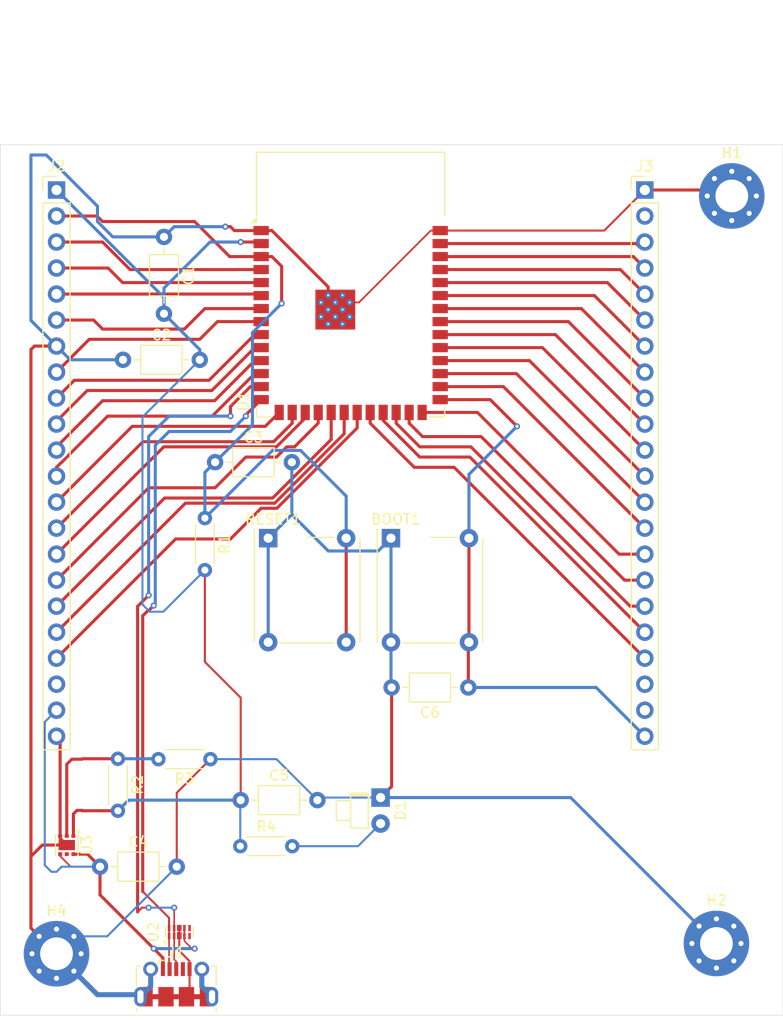
<source format=kicad_pcb>
(kicad_pcb (version 20240108) (generator "pcbnew") (generator_version "8.0")
  (layers (0 "F.Cu" signal) (31 "B.Cu" signal) (34 "B.Paste" user) (35 "F.Paste" user) (36 "B.SilkS" user "B.Silkscreen") (37 "F.SilkS" user "F.Silkscreen") (38 "B.Mask" user) (39 "F.Mask" user) (44 "Edge.Cuts" user))
  (net 0 "")
  (net 1 "GND")
  (net 2 "/ESP32_EN")
  (net 3 "/5VUSB")
  (net 4 "/3V3")
  (net 5 "Net-(D1-A)")
  (net 6 "/USB_N")
  (net 8 "/USB_P")
  (net 9 "/GPIO2")
  (net 10 "/GPIO1")
  (net 11 "/GPIO16")
  (net 12 "/GPIO4")
  (net 13 "/GPIO15")
  (net 14 "/GPIO10")
  (net 15 "/GPIO6")
  (net 16 "/GPIO12")
  (net 17 "/GPIO7")
  (net 18 "/GPIO3")
  (net 19 "/GPIO0")
  (net 20 "/GPIO13")
  (net 21 "/GPIO9")
  (net 22 "/I2C_SCL")
  (net 23 "/GPIO14")
  (net 24 "/GPIO8")
  (net 25 "/GPIO5")
  (net 26 "/GPIO11")
  (net 27 "/I2C_SDA")
  (net 28 "/GPIO37")
  (net 29 "/TXD")
  (net 30 "/GPIO38")
  (net 31 "/GPIO48")
  (net 32 "/GPIO41")
  (net 33 "/GPIO40")
  (net 34 "/GPIO47")
  (net 35 "/GPIO45")
  (net 36 "/GPIO21")
  (net 37 "/RXD")
  (net 38 "/GPIO46")
  (net 39 "/GPIO39")
  (net 40 "/GPIO35")
  (net 41 "/GPIO36")
  (net 42 "/GPIO42")
  (net 43 "Net-(U3-FB)")
  (footprint "LED_THT:LED_D1.8mm_W1.8mm_H2.4mm_Horizontal_O1.27mm_Z1.6mm" (layer "F.Cu") (at 150.675 113.75 -90)
    (property "Reference" "D1")
    (property "Value" "LED")
  )
  (footprint "Resistor_THT:R_Axial_DIN0204_L3.6mm_D1.6mm_P5.08mm_Horizontal" (layer "F.Cu") (at 133.5 86.46 -90)
    (property "Reference" "R1")
    (property "Value" "10k")
  )
  (footprint "Resistor_THT:R_Axial_DIN0204_L3.6mm_D1.6mm_P5.08mm_Horizontal" (layer "F.Cu") (at 125 109.96 -90)
    (property "Reference" "R2")
    (property "Value" "1M")
  )
  (footprint "Connector_PinHeader_2.54mm:PinHeader_1x22_P2.54mm_Vertical" (layer "F.Cu") (at 176.5 54.42)
    (property "Reference" "J3")
    (property "Value" "~")
  )
  (footprint "Resistor_THT:R_Axial_DIN0204_L3.6mm_D1.6mm_P5.08mm_Horizontal" (layer "F.Cu") (at 134.04 110 180)
    (property "Reference" "R3")
    (property "Value" "200k")
  )
  (footprint "Connector_PinHeader_2.54mm:PinHeader_1x22_P2.54mm_Vertical" (layer "F.Cu") (at 119 54.42)
    (property "Reference" "J2")
    (property "Value" "~")
  )
  (footprint "Package_DFN_QFN:Diodes_UDFN-10_1.0x2.5mm_P0.5mm" (layer "F.Cu") (at 131 126.8875 90)
    (property "Reference" "U2")
    (property "Value" "ESD7104MUTAG")
  )
  (footprint "Capacitor_THT:C_Axial_L3.8mm_D2.6mm_P7.50mm_Horizontal" (layer "F.Cu") (at 129.5 59 -90)
    (property "Reference" "C1")
    (property "Value" "22uF")
  )
  (footprint "Package_SON:WSON-6-1EP_2x2mm_P0.65mm_EP1x1.6mm" (layer "F.Cu") (at 120 118.3875 -90)
    (property "Reference" "U3")
    (property "Value" "TLV75801PDRV")
  )
  (footprint "RF_Module:ESP32-S3-WROOM-1" (layer "F.Cu") (at 147.75 63.64)
    (property "Reference" "U1")
    (property "Value" "ESP32-S3-WROOM-1")
  )
  (footprint "MountingHole:MountingHole_3.2mm_M3_Pad_Via" (layer "F.Cu") (at 185 55)
    (property "Reference" "H1")
    (property "Value" "Hole_Pad")
  )
  (footprint "Capacitor_THT:C_Axial_L3.8mm_D2.6mm_P7.50mm_Horizontal" (layer "F.Cu") (at 137 114)
    (property "Reference" "C5")
    (property "Value" "10uF")
  )
  (footprint "MountingHole:MountingHole_3.2mm_M3_Pad_Via" (layer "F.Cu") (at 183.5 128)
    (property "Reference" "H2")
    (property "Value" "Hole_Pad")
  )
  (footprint "Button_Switch_THT:SW_MEC_5GTH9" (layer "F.Cu") (at 139.69 88.42)
    (property "Reference" "RESET1")
    (property "Value" "~")
  )
  (footprint "Capacitor_THT:C_Axial_L3.8mm_D2.6mm_P7.50mm_Horizontal" (layer "F.Cu") (at 134.5 81)
    (property "Reference" "C3")
    (property "Value" "0.1uF")
  )
  (footprint "MountingHole:MountingHole_3.2mm_M3_Pad_Via" (layer "F.Cu") (at 119 129)
    (property "Reference" "H4")
    (property "Value" "Hole_Pad")
  )
  (footprint "Button_Switch_THT:SW_MEC_5GTH9" (layer "F.Cu") (at 151.69 88.42)
    (property "Reference" "BOOT1")
    (property "Value" "~")
  )
  (footprint "Capacitor_THT:C_Axial_L3.8mm_D2.6mm_P7.50mm_Horizontal" (layer "F.Cu") (at 125.5 71)
    (property "Reference" "C2")
    (property "Value" "0.1uF")
  )
  (footprint "Resistor_THT:R_Axial_DIN0204_L3.6mm_D1.6mm_P5.08mm_Horizontal" (layer "F.Cu") (at 136.96 118.5)
    (property "Reference" "R4")
    (property "Value" "5.1k")
  )
  (footprint "Capacitor_THT:C_Axial_L3.8mm_D2.6mm_P7.50mm_Horizontal" (layer "F.Cu") (at 123.25 120.5)
    (property "Reference" "C4")
    (property "Value" "10uF")
  )
  (footprint "Connector_USB:USB_Micro-B_Molex-105017-0001" (layer "F.Cu") (at 130.7 131.9625)
    (property "Reference" "J1")
    (property "Value" "USB_B_Micro")
  )
  (footprint "Capacitor_THT:C_Axial_L3.8mm_D2.6mm_P7.50mm_Horizontal" (layer "F.Cu") (at 159.25 103 180)
    (property "Reference" "C6")
    (property "Value" "0.1uF")
  )
  (gr_rect (start 113.5 50) (end 190 135) (stroke (width 0.05)) (fill none) (layer "Edge.Cuts"))
  (segment (start 116.5 70) (end 116.5 119.5) (width 0.3) (layer "F.Cu") (net 1))
  (segment (start 140.05 58.38) (end 145.55 63.88) (width 0.3) (layer "F.Cu") (net 1))
  (segment (start 132 129.725) (end 132 130.5) (width 0.15) (layer "F.Cu") (net 1))
  (segment (start 127.8 133.2) (end 129.7 133.2) (width 0.5) (layer "F.Cu") (net 1))
  (segment (start 117.6125 118.3875) (end 116.5 119.5) (width 0.3) (layer "F.Cu") (net 1))
  (segment (start 139 58.38) (end 140.05 58.38) (width 0.3) (layer "F.Cu") (net 1))
  (segment (start 151.75 112.675) (end 150.675 113.75) (width 0.3) (layer "F.Cu") (net 1))
  (segment (start 129.7 133.2) (end 133.6 133.2) (width 0.5) (layer "F.Cu") (net 1))
  (segment (start 119.35 108.11) (end 119 107.76) (width 0.3) (layer "F.Cu") (net 1))
  (segment (start 120 118.3875) (end 117.6125 118.3875) (width 0.3) (layer "F.Cu") (net 1))
  (segment (start 136.38 58.38) (end 139 58.38) (width 0.3) (layer "F.Cu") (net 1))
  (segment (start 131 127.2375) (end 131 128.725) (width 0.2) (layer "F.Cu") (net 1))
  (segment (start 145.55 63.88) (end 145.55 64.7) (width 0.3) (layer "F.Cu") (net 1))
  (segment (start 119.35 117.5) (end 119.35 117.7375) (width 0.3) (layer "F.Cu") (net 1))
  (segment (start 130.75 120.5) (end 130.75 113.29) (width 0.2) (layer "F.Cu") (net 1))
  (segment (start 172.54 58.38) (end 176.5 54.42) (width 0.2) (layer "F.Cu") (net 1))
  (segment (start 148.56 65.4) (end 147.65 65.4) (width 0.17) (layer "F.Cu") (net 1))
  (segment (start 116.5 119.5) (end 116.5 126.5) (width 0.3) (layer "F.Cu") (net 1))
  (segment (start 131 128.725) (end 132 129.725) (width 0.2) (layer "F.Cu") (net 1))
  (segment (start 119 69.66) (end 116.84 69.66) (width 0.3) (layer "F.Cu") (net 1))
  (segment (start 131 126.475) (end 131 127.2375) (width 0.2) (layer "F.Cu") (net 1))
  (segment (start 184.42 54.42) (end 185 55) (width 0.3) (layer "F.Cu") (net 1))
  (segment (start 176.5 54.42) (end 184.42 54.42) (width 0.3) (layer "F.Cu") (net 1))
  (segment (start 156.5 58.38) (end 172.54 58.38) (width 0.2) (layer "F.Cu") (net 1))
  (segment (start 156.5 58.38) (end 155.58 58.38) (width 0.17) (layer "F.Cu") (net 1))
  (segment (start 116.84 69.66) (end 116.5 70) (width 0.3) (layer "F.Cu") (net 1))
  (segment (start 135.5 58) (end 136 58) (width 0.3) (layer "F.Cu") (net 1))
  (segment (start 136 58) (end 136.38 58.38) (width 0.3) (layer "F.Cu") (net 1))
  (segment (start 151.75 103) (end 151.75 112.675) (width 0.3) (layer "F.Cu") (net 1))
  (segment (start 132 130.5) (end 132 132.9) (width 0.2) (layer "F.Cu") (net 1))
  (segment (start 130.75 113.29) (end 134.04 110) (width 0.2) (layer "F.Cu") (net 1))
  (segment (start 155.58 58.38) (end 148.56 65.4) (width 0.17) (layer "F.Cu") (net 1))
  (segment (start 116.5 126.5) (end 119 129) (width 0.3) (layer "F.Cu") (net 1))
  (segment (start 119.35 117.5) (end 119.35 108.11) (width 0.3) (layer "F.Cu") (net 1))
  (segment (start 119.35 117.7375) (end 120 118.3875) (width 0.3) (layer "F.Cu") (net 1))
  (segment (start 132 132.9) (end 131.7 133.2) (width 0.2) (layer "F.Cu") (net 1))
  (via (at 135.5 58) (size 0.6) (drill 0.3) (layers "F.Cu" "B.Cu") (net 1))
  (segment (start 142 86.11) (end 139.69 88.42) (width 0.3) (layer "B.Cu") (net 1))
  (segment (start 142 86.11) (end 145.56 89.67) (width 0.3) (layer "B.Cu") (net 1))
  (segment (start 116.5 67.16) (end 116.5 51) (width 0.3) (layer "B.Cu") (net 1))
  (segment (start 133.2 132.2) (end 134.2 133.2) (width 0.5) (layer "B.Cu") (net 1))
  (segment (start 127 133) (end 123 133) (width 0.5) (layer "B.Cu") (net 1))
  (segment (start 116.5 51) (end 118 51) (width 0.3) (layer "B.Cu") (net 1))
  (segment (start 123 133) (end 119 129) (width 0.5) (layer "B.Cu") (net 1))
  (segment (start 123 57.5) (end 124.5 59) (width 0.3) (layer "B.Cu") (net 1))
  (segment (start 151.69 98.58) (end 151.69 102.94) (width 0.3) (layer "B.Cu") (net 1))
  (segment (start 140.5 110) (end 134.04 110) (width 0.2) (layer "B.Cu") (net 1))
  (segment (start 130.5 58) (end 135.5 58) (width 0.3) (layer "B.Cu") (net 1))
  (segment (start 118 51) (end 123 56) (width 0.3) (layer "B.Cu") (net 1))
  (segment (start 150.44 89.67) (end 151.69 88.42) (width 0.3) (layer "B.Cu") (net 1))
  (segment (start 129.5 59) (end 130.5 58) (width 0.3) (layer "B.Cu") (net 1))
  (segment (start 125.5 71) (end 120.34 71) (width 0.3) (layer "B.Cu") (net 1))
  (segment (start 127.2 133.2) (end 127 133) (width 0.5) (layer "B.Cu") (net 1))
  (segment (start 150.675 113.75) (end 169.25 113.75) (width 0.3) (layer "B.Cu") (net 1))
  (segment (start 120.697056 127.302944) (end 123.947056 127.302944) (width 0.2) (layer "B.Cu") (net 1))
  (segment (start 151.69 88.42) (end 151.69 98.58) (width 0.3) (layer "B.Cu") (net 1))
  (segment (start 123.947056 127.302944) (end 130.75 120.5) (width 0.2) (layer "B.Cu") (net 1))
  (segment (start 123 56) (end 123 57.5) (width 0.3) (layer "B.Cu") (net 1))
  (segment (start 145 114) (end 145.25 113.75) (width 0.2) (layer "B.Cu") (net 1))
  (segment (start 145.56 89.67) (end 150.44 89.67) (width 0.3) (layer "B.Cu") (net 1))
  (segment (start 128.2 132.2) (end 127.2 133.2) (width 0.5) (layer "B.Cu") (net 1))
  (segment (start 124.5 59) (end 129.5 59) (width 0.3) (layer "B.Cu") (net 1))
  (segment (start 120.34 71) (end 119 69.66) (width 0.3) (layer "B.Cu") (net 1))
  (segment (start 142 81) (end 142 86.11) (width 0.3) (layer "B.Cu") (net 1))
  (segment (start 144.5 114) (end 145 114) (width 0.2) (layer "B.Cu") (net 1))
  (segment (start 169.25 113.75) (end 183.5 128) (width 0.3) (layer "B.Cu") (net 1))
  (segment (start 119 69.66) (end 116.5 67.16) (width 0.3) (layer "B.Cu") (net 1))
  (segment (start 128.2 130.5) (end 128.2 132.2) (width 0.5) (layer "B.Cu") (net 1))
  (segment (start 144.5 114) (end 140.5 110) (width 0.2) (layer "B.Cu") (net 1))
  (segment (start 133.2 130.5) (end 133.2 132.2) (width 0.5) (layer "B.Cu") (net 1))
  (segment (start 139.69 88.42) (end 139.69 98.58) (width 0.3) (layer "B.Cu") (net 1))
  (segment (start 151.69 102.94) (end 151.75 103) (width 0.3) (layer "B.Cu") (net 1))
  (segment (start 145.25 113.75) (end 150.675 113.75) (width 0.2) (layer "B.Cu") (net 1))
  (segment (start 141 65.5) (end 141 61.87) (width 0.3) (layer "F.Cu") (net 2))
  (segment (start 119 56.96) (end 122.96 56.96) (width 0.3) (layer "F.Cu") (net 2))
  (segment (start 123.5 57.5) (end 132.5 57.5) (width 0.3) (layer "F.Cu") (net 2))
  (segment (start 122.96 56.96) (end 123.5 57.5) (width 0.3) (layer "F.Cu") (net 2))
  (segment (start 140.05 60.92) (end 139 60.92) (width 0.3) (layer "F.Cu") (net 2))
  (segment (start 132.5 57.5) (end 135.92 60.92) (width 0.3) (layer "F.Cu") (net 2))
  (segment (start 147.31 88.42) (end 147.31 98.58) (width 0.3) (layer "F.Cu") (net 2))
  (segment (start 141 61.87) (end 140.05 60.92) (width 0.3) (layer "F.Cu") (net 2))
  (segment (start 135.92 60.92) (end 139 60.92) (width 0.3) (layer "F.Cu") (net 2))
  (via (at 141 65.5) (size 0.6) (drill 0.3) (layers "F.Cu" "B.Cu") (net 2))
  (segment (start 138.15 68.35) (end 141 65.5) (width 0.3) (layer "B.Cu") (net 2))
  (segment (start 147.31 84.31) (end 147.31 88.42) (width 0.3) (layer "B.Cu") (net 2))
  (segment (start 138.15 77.35) (end 138.15 68.35) (width 0.3) (layer "B.Cu") (net 2))
  (segment (start 140.11 79.85) (end 142.85 79.85) (width 0.3) (layer "B.Cu") (net 2))
  (segment (start 133.5 86.46) (end 133.5 82) (width 0.3) (layer "B.Cu") (net 2))
  (segment (start 133.5 86.46) (end 140.11 79.85) (width 0.3) (layer "B.Cu") (net 2))
  (segment (start 133.5 82) (end 134.5 81) (width 0.3) (layer "B.Cu") (net 2))
  (segment (start 142.85 79.85) (end 147.31 84.31) (width 0.3) (layer "B.Cu") (net 2))
  (segment (start 134.5 81) (end 138.15 77.35) (width 0.3) (layer "B.Cu") (net 2))
  (segment (start 132.5 128.5) (end 132.2375 128.5) (width 0.15) (layer "F.Cu") (net 3))
  (segment (start 119.35 119.462499) (end 120.387501 120.5) (width 0.17) (layer "F.Cu") (net 3))
  (segment (start 123.25 123.25) (end 123.25 120.5) (width 0.3) (layer "F.Cu") (net 3))
  (segment (start 122.025 119.275) (end 123.25 120.5) (width 0.3) (layer "F.Cu") (net 3))
  (segment (start 120.65 119.275) (end 122.025 119.275) (width 0.3) (layer "F.Cu") (net 3))
  (segment (start 128.5 128.5) (end 123.25 123.25) (width 0.3) (layer "F.Cu") (net 3))
  (segment (start 131.5 126.5) (end 131.5 127.275) (width 0.15) (layer "F.Cu") (net 3))
  (segment (start 129.4 129.4) (end 128.5 128.5) (width 0.3) (layer "F.Cu") (net 3))
  (segment (start 119.35 119.275) (end 119.35 119.462499) (width 0.17) (layer "F.Cu") (net 3))
  (segment (start 131.5 127.7625) (end 131.5 127.275) (width 0.15) (layer "F.Cu") (net 3))
  (segment (start 120.387501 120.5) (end 123.25 120.5) (width 0.17) (layer "F.Cu") (net 3))
  (segment (start 129.4 130.5) (end 129.4 129.4) (width 0.3) (layer "F.Cu") (net 3))
  (segment (start 129.4 130.5) (end 129.4 129.9) (width 0.17) (layer "F.Cu") (net 3))
  (segment (start 132.2375 128.5) (end 131.5 127.7625) (width 0.15) (layer "F.Cu") (net 3))
  (via (at 132.5 128.5) (size 0.6) (drill 0.3) (layers "F.Cu" "B.Cu") (net 3))
  (via (at 128.5 128.5) (size 0.6) (drill 0.3) (layers "F.Cu" "B.Cu") (net 3))
  (segment (start 118.5 121) (end 119 121) (width 0.2) (layer "B.Cu") (net 3))
  (segment (start 117.85 120.35) (end 118.5 121) (width 0.2) (layer "B.Cu") (net 3))
  (segment (start 119 105.22) (end 117.85 106.37) (width 0.2) (layer "B.Cu") (net 3))
  (segment (start 128.5 128.5) (end 132.5 128.5) (width 0.3) (layer "B.Cu") (net 3))
  (segment (start 117.85 106.37) (end 117.85 120.35) (width 0.2) (layer "B.Cu") (net 3))
  (segment (start 119 121) (end 119.5 120.5) (width 0.2) (layer "B.Cu") (net 3))
  (segment (start 119.5 120.5) (end 123.25 120.5) (width 0.2) (layer "B.Cu") (net 3))
  (segment (start 137 59.5) (end 138.85 59.5) (width 0.3) (layer "F.Cu") (net 4))
  (segment (start 121.5 115) (end 121.54 115.04) (width 0.3) (layer "F.Cu") (net 4))
  (segment (start 138.85 59.5) (end 139 59.65) (width 0.3) (layer "F.Cu") (net 4))
  (segment (start 120.65 115.35) (end 121 115) (width 0.3) (layer "F.Cu") (net 4))
  (segment (start 137 114) (end 137 104) (width 0.2) (layer "F.Cu") (net 4))
  (segment (start 121 115) (end 121.5 115) (width 0.3) (layer "F.Cu") (net 4))
  (segment (start 120.65 117.5) (end 120.65 115.35) (width 0.3) (layer "F.Cu") (net 4))
  (segment (start 121.54 115.04) (end 125 115.04) (width 0.3) (layer "F.Cu") (net 4))
  (segment (start 133.5 100.5) (end 133.5 91.54) (width 0.2) (layer "F.Cu") (net 4))
  (segment (start 137 104) (end 133.5 100.5) (width 0.2) (layer "F.Cu") (net 4))
  (via (at 137 59.5) (size 0.6) (drill 0.3) (layers "F.Cu" "B.Cu") (net 4))
  (segment (start 136.96 118.5) (end 136.96 114.04) (width 0.2) (layer "B.Cu") (net 4))
  (segment (start 129.5 64) (end 134 59.5) (width 0.3) (layer "B.Cu") (net 4))
  (segment (start 127.4 76.6) (end 133 71) (width 0.2) (layer "B.Cu") (net 4))
  (segment (start 129.5 66.5) (end 133 70) (width 0.3) (layer "B.Cu") (net 4))
  (segment (start 128.1 95.6) (end 127.4 94.9) (width 0.2) (layer "B.Cu") (net 4))
  (segment (start 126.04 114) (end 137 114) (width 0.3) (layer "B.Cu") (net 4))
  (segment (start 129.5 64.92) (end 119 54.42) (width 0.3) (layer "B.Cu") (net 4))
  (segment (start 129.5 66.5) (end 129.5 64.92) (width 0.3) (layer "B.Cu") (net 4))
  (segment (start 134 59.5) (end 137 59.5) (width 0.3) (layer "B.Cu") (net 4))
  (segment (start 133.5 91.54) (end 129.44 95.6) (width 0.2) (layer "B.Cu") (net 4))
  (segment (start 133 70) (end 133 71) (width 0.3) (layer "B.Cu") (net 4))
  (segment (start 125 115.04) (end 126.04 114) (width 0.3) (layer "B.Cu") (net 4))
  (segment (start 129.5 66.5) (end 129.5 64) (width 0.3) (layer "B.Cu") (net 4))
  (segment (start 136.96 114.04) (end 137 114) (width 0.2) (layer "B.Cu") (net 4))
  (segment (start 129.44 95.6) (end 128.1 95.6) (width 0.2) (layer "B.Cu") (net 4))
  (segment (start 127.4 94.9) (end 127.4 76.6) (width 0.2) (layer "B.Cu") (net 4))
  (segment (start 142.04 118.5) (end 148.465 118.5) (width 0.2) (layer "B.Cu") (net 5))
  (segment (start 148.465 118.5) (end 150.675 116.29) (width 0.2) (layer "B.Cu") (net 5))
  (segment (start 136 76.5) (end 136 75.57) (width 0.3) (layer "F.Cu") (net 6))
  (segment (start 128 124.5) (end 127.35 124.5) (width 0.2) (layer "F.Cu") (net 6))
  (segment (start 130.5 127.275) (end 130.5 129.55) (width 0.15) (layer "F.Cu") (net 6))
  (segment (start 130.5 126.5) (end 130.5 127.275) (width 0.15) (layer "F.Cu") (net 6))
  (segment (start 130.7 129.75) (end 130.7 130.5) (width 0.15) (layer "F.Cu") (net 6))
  (segment (start 136 75.57) (end 137.95 73.62) (width 0.3) (layer "F.Cu") (net 6))
  (segment (start 127.35 124.5) (end 126.925 124.925) (width 0.2) (layer "F.Cu") (net 6))
  (segment (start 128 94) (end 126.925 95.075) (width 0.3) (layer "F.Cu") (net 6))
  (segment (start 126.925 95.075) (end 126.925 124.925) (width 0.3) (layer "F.Cu") (net 6))
  (segment (start 137.95 73.62) (end 139 73.62) (width 0.3) (layer "F.Cu") (net 6))
  (segment (start 130.5 129.55) (end 130.7 129.75) (width 0.15) (layer "F.Cu") (net 6))
  (segment (start 130.5 126.5) (end 130.5 124.5) (width 0.15) (layer "F.Cu") (net 6))
  (via (at 128 124.5) (size 0.6) (drill 0.3) (layers "F.Cu" "B.Cu") (net 6))
  (via (at 136 76.5) (size 0.6) (drill 0.3) (layers "F.Cu" "B.Cu") (net 6))
  (via (at 130.5 124.5) (size 0.6) (drill 0.3) (layers "F.Cu" "B.Cu") (net 6))
  (via (at 128 124.5) (size 0.6) (drill 0.3) (layers "F.Cu" "B.Cu") (net 6))
  (via (at 128 94) (size 0.6) (drill 0.3) (layers "F.Cu" "B.Cu") (net 6))
  (segment (start 128 94) (end 128 78.5) (width 0.3) (layer "B.Cu") (net 6))
  (segment (start 130.5 124.5) (end 128 124.5) (width 0.2) (layer "B.Cu") (net 6))
  (segment (start 128 78.5) (end 130 76.5) (width 0.3) (layer "B.Cu") (net 6))
  (segment (start 130 76.5) (end 136 76.5) (width 0.3) (layer "B.Cu") (net 6))
  (segment (start 137.5 76.5) (end 137.5 76.39) (width 0.3) (layer "F.Cu") (net 8))
  (segment (start 130 126.5) (end 130 127.275) (width 0.15) (layer "F.Cu") (net 8))
  (segment (start 130 127.275) (end 130 130.45) (width 0.15) (layer "F.Cu") (net 8))
  (segment (start 127.925 95.5) (end 128 95.5) (width 0.3) (layer "F.Cu") (net 8))
  (segment (start 128 95.5) (end 128.5 95) (width 0.3) (layer "F.Cu") (net 8))
  (segment (start 127.425 122.925) (end 127.425 96) (width 0.3) (layer "F.Cu") (net 8))
  (segment (start 130 130.45) (end 130.05 130.5) (width 0.15) (layer "F.Cu") (net 8))
  (segment (start 130 125.5) (end 127.425 122.925) (width 0.2) (layer "F.Cu") (net 8))
  (segment (start 127.425 96) (end 127.925 95.5) (width 0.3) (layer "F.Cu") (net 8))
  (segment (start 130 126.5) (end 130 125.5) (width 0.2) (layer "F.Cu") (net 8))
  (segment (start 137.5 76.39) (end 139 74.89) (width 0.3) (layer "F.Cu") (net 8))
  (via (at 128.5 95) (size 0.6) (drill 0.3) (layers "F.Cu" "B.Cu") (net 8))
  (via (at 137.5 76.5) (size 0.6) (drill 0.3) (layers "F.Cu" "B.Cu") (net 8))
  (segment (start 128.5 95) (end 128.65 94.85) (width 0.3) (layer "B.Cu") (net 8))
  (segment (start 130 78) (end 136 78) (width 0.3) (layer "B.Cu") (net 8))
  (segment (start 128.65 94.85) (end 128.65 79.35) (width 0.3) (layer "B.Cu") (net 8))
  (segment (start 128.65 79.35) (end 130 78) (width 0.3) (layer "B.Cu") (net 8))
  (segment (start 136 78) (end 137.5 76.5) (width 0.3) (layer "B.Cu") (net 8))
  (segment (start 176.5 62.04) (end 175.38 60.92) (width 0.3) (layer "F.Cu") (net 9))
  (segment (start 175.38 60.92) (end 156.5 60.92) (width 0.3) (layer "F.Cu") (net 9))
  (segment (start 176 60) (end 175.65 59.65) (width 0.3) (layer "F.Cu") (net 10))
  (segment (start 175.65 59.65) (end 156.5 59.65) (width 0.3) (layer "F.Cu") (net 10))
  (segment (start 176.5 59.5) (end 176 60) (width 0.3) (layer "F.Cu") (net 10))
  (segment (start 119 74.74) (end 120.74 73) (width 0.3) (layer "F.Cu") (net 11))
  (segment (start 133.91 73) (end 138.37 68.54) (width 0.3) (layer "F.Cu") (net 11))
  (segment (start 138.37 68.54) (end 139 68.54) (width 0.3) (layer "F.Cu") (net 11))
  (segment (start 120.74 73) (end 133.91 73) (width 0.3) (layer "F.Cu") (net 11))
  (segment (start 126.19 62.19) (end 139 62.19) (width 0.3) (layer "F.Cu") (net 12))
  (segment (start 119 59.5) (end 123.5 59.5) (width 0.3) (layer "F.Cu") (net 12))
  (segment (start 123.5 59.5) (end 126.19 62.19) (width 0.3) (layer "F.Cu") (net 12))
  (segment (start 134.73 67.27) (end 139 67.27) (width 0.3) (layer "F.Cu") (net 13))
  (segment (start 122.2 69) (end 133 69) (width 0.3) (layer "F.Cu") (net 13))
  (segment (start 133 69) (end 134.73 67.27) (width 0.3) (layer "F.Cu") (net 13))
  (segment (start 119 72.2) (end 122.2 69) (width 0.3) (layer "F.Cu") (net 13))
  (segment (start 134.5 83.5) (end 137.5 80.5) (width 0.3) (layer "F.Cu") (net 14))
  (segment (start 141.5 79.5) (end 142.265 79.5) (width 0.3) (layer "F.Cu") (net 14))
  (segment (start 137.5 80.5) (end 140.5 80.5) (width 0.3) (layer "F.Cu") (net 14))
  (segment (start 140.5 80.5) (end 141.5 79.5) (width 0.3) (layer "F.Cu") (net 14))
  (segment (start 142.265 79.5) (end 144.575 77.19) (width 0.3) (layer "F.Cu") (net 14))
  (segment (start 144.575 77.19) (end 144.575 76.14) (width 0.3) (layer "F.Cu") (net 14))
  (segment (start 128 83.5) (end 134.5 83.5) (width 0.3) (layer "F.Cu") (net 14))
  (segment (start 119 92.52) (end 127.52 84) (width 0.3) (layer "F.Cu") (net 14))
  (segment (start 127.52 83.98) (end 128 83.5) (width 0.3) (layer "F.Cu") (net 14))
  (segment (start 127.52 84) (end 127.52 83.98) (width 0.3) (layer "F.Cu") (net 14))
  (segment (start 138.85 64.58) (end 139 64.73) (width 0.3) (layer "F.Cu") (net 15))
  (segment (start 119 64.58) (end 138.85 64.58) (width 0.3) (layer "F.Cu") (net 15))
  (segment (start 131.6 85) (end 140.333452 85) (width 0.3) (layer "F.Cu") (net 16))
  (segment (start 147.115 78.218452) (end 147.115 76.14) (width 0.3) (layer "F.Cu") (net 16))
  (segment (start 119 97.6) (end 131.6 85) (width 0.3) (layer "F.Cu") (net 16))
  (segment (start 140.333452 85) (end 147.115 78.218452) (width 0.3) (layer "F.Cu") (net 16))
  (segment (start 122.62 67.12) (end 123.5 68) (width 0.3) (layer "F.Cu") (net 17))
  (segment (start 131.5 68) (end 133.5 66) (width 0.3) (layer "F.Cu") (net 17))
  (segment (start 133.5 66) (end 139 66) (width 0.3) (layer "F.Cu") (net 17))
  (segment (start 123.5 68) (end 131.5 68) (width 0.3) (layer "F.Cu") (net 17))
  (segment (start 119 67.12) (end 122.62 67.12) (width 0.3) (layer "F.Cu") (net 17))
  (segment (start 119 84.9) (end 126.4 77.5) (width 0.3) (layer "F.Cu") (net 18))
  (segment (start 126.4 77.5) (end 139.405 77.5) (width 0.3) (layer "F.Cu") (net 18))
  (segment (start 139.405 77.5) (end 140.765 76.14) (width 0.3) (layer "F.Cu") (net 18))
  (segment (start 159.31 98.58) (end 159.31 98.81) (width 0.3) (layer "F.Cu") (net 19))
  (segment (start 164 77.5) (end 161.39 74.89) (width 0.3) (layer "F.Cu") (net 19))
  (segment (start 159.31 98.81) (end 159.25 98.87) (width 0.3) (layer "F.Cu") (net 19))
  (segment (start 159.25 98.87) (end 159.25 103) (width 0.3) (layer "F.Cu") (net 19))
  (segment (start 161.39 74.89) (end 156.5 74.89) (width 0.3) (layer "F.Cu") (net 19))
  (segment (start 159.31 88.42) (end 159.31 98.58) (width 0.3) (layer "F.Cu") (net 19))
  (via (at 164 77.5) (size 0.6) (drill 0.3) (layers "F.Cu" "B.Cu") (net 19))
  (segment (start 159.25 103) (end 171.74 103) (width 0.3) (layer "B.Cu") (net 19))
  (segment (start 159.31 88.42) (end 159.31 82.19) (width 0.3) (layer "B.Cu") (net 19))
  (segment (start 171.74 103) (end 176.5 107.76) (width 0.3) (layer "B.Cu") (net 19))
  (segment (start 159.31 82.19) (end 164 77.5) (width 0.3) (layer "B.Cu") (net 19))
  (segment (start 119 100.14) (end 130.64 88.5) (width 0.3) (layer "F.Cu") (net 20))
  (segment (start 148.385 77.655558) (end 148.385 76.14) (width 0.3) (layer "F.Cu") (net 20))
  (segment (start 130.64 88.5) (end 136 88.5) (width 0.3) (layer "F.Cu") (net 20))
  (segment (start 140.540558 85.5) (end 148.385 77.655558) (width 0.3) (layer "F.Cu") (net 20))
  (segment (start 139 85.5) (end 140.540558 85.5) (width 0.3) (layer "F.Cu") (net 20))
  (segment (start 136 88.5) (end 139 85.5) (width 0.3) (layer "F.Cu") (net 20))
  (segment (start 140.4975 79.5) (end 143.305 76.6925) (width 0.3) (layer "F.Cu") (net 21))
  (segment (start 119 89.98) (end 129.48 79.5) (width 0.3) (layer "F.Cu") (net 21))
  (segment (start 143.305 76.6925) (end 143.305 76.14) (width 0.3) (layer "F.Cu") (net 21))
  (segment (start 129.48 79.5) (end 140.4975 79.5) (width 0.3) (layer "F.Cu") (net 21))
  (segment (start 119 77.28) (end 119 77) (width 0.3) (layer "F.Cu") (net 22))
  (segment (start 119 77) (end 122 74) (width 0.3) (layer "F.Cu") (net 22))
  (segment (start 138.37 69.81) (end 139 69.81) (width 0.3) (layer "F.Cu") (net 22))
  (segment (start 122 74) (end 134.18 74) (width 0.3) (layer "F.Cu") (net 22))
  (segment (start 134.18 74) (end 138.37 69.81) (width 0.3) (layer "F.Cu") (net 22))
  (segment (start 153.965 81.5) (end 149.655 77.19) (width 0.3) (layer "F.Cu") (net 23))
  (segment (start 176.5 100.14) (end 157.86 81.5) (width 0.3) (layer "F.Cu") (net 23))
  (segment (start 157.86 81.5) (end 153.965 81.5) (width 0.3) (layer "F.Cu") (net 23))
  (segment (start 149.655 77.19) (end 149.655 76.14) (width 0.3) (layer "F.Cu") (net 23))
  (segment (start 119 81.5) (end 119.48 81.02) (width 0.3) (layer "F.Cu") (net 24))
  (segment (start 120.2 80.317057) (end 120.2 80.3) (width 0.3) (layer "F.Cu") (net 24))
  (segment (start 120.2 80.3) (end 124 76.5) (width 0.3) (layer "F.Cu") (net 24))
  (segment (start 134.22 76.5) (end 138.37 72.35) (width 0.3) (layer "F.Cu") (net 24))
  (segment (start 119.497057 81.02) (end 120.2 80.317057) (width 0.3) (layer "F.Cu") (net 24))
  (segment (start 119 82.36) (end 119 81.5) (width 0.3) (layer "F.Cu") (net 24))
  (segment (start 124 76.5) (end 134.22 76.5) (width 0.3) (layer "F.Cu") (net 24))
  (segment (start 119.48 81.02) (end 119.497057 81.02) (width 0.3) (layer "F.Cu") (net 24))
  (segment (start 138.37 72.35) (end 139 72.35) (width 0.3) (layer "F.Cu") (net 24))
  (segment (start 125.46 63.46) (end 124.04 62.04) (width 0.3) (layer "F.Cu") (net 25))
  (segment (start 125.46 63.46) (end 139 63.46) (width 0.3) (layer "F.Cu") (net 25))
  (segment (start 124.04 62.04) (end 119 62.04) (width 0.3) (layer "F.Cu") (net 25))
  (segment (start 119 95.06) (end 129.56 84.5) (width 0.3) (layer "F.Cu") (net 26))
  (segment (start 140.126346 84.5) (end 145.845 78.781346) (width 0.3) (layer "F.Cu") (net 26))
  (segment (start 145.845 78.781346) (end 145.845 76.14) (width 0.3) (layer "F.Cu") (net 26))
  (segment (start 129.56 84.5) (end 140.126346 84.5) (width 0.3) (layer "F.Cu") (net 26))
  (segment (start 123.5 75) (end 134.45 75) (width 0.3) (layer "F.Cu") (net 27))
  (segment (start 134.45 75) (end 138.37 71.08) (width 0.3) (layer "F.Cu") (net 27))
  (segment (start 138.37 71.08) (end 139 71.08) (width 0.3) (layer "F.Cu") (net 27))
  (segment (start 119 79.5) (end 123.5 75) (width 0.3) (layer "F.Cu") (net 27))
  (segment (start 119 79.82) (end 119 79.5) (width 0.3) (layer "F.Cu") (net 27))
  (segment (start 176.5 82.36) (end 165.22 71.08) (width 0.3) (layer "F.Cu") (net 28))
  (segment (start 165.22 71.08) (end 156.5 71.08) (width 0.3) (layer "F.Cu") (net 28))
  (segment (start 176.5 64.58) (end 174.11 62.19) (width 0.3) (layer "F.Cu") (net 29))
  (segment (start 174.11 62.19) (end 156.5 62.19) (width 0.3) (layer "F.Cu") (net 29))
  (segment (start 166.49 69.81) (end 156.5 69.81) (width 0.3) (layer "F.Cu") (net 30))
  (segment (start 176.5 79.82) (end 166.49 69.81) (width 0.3) (layer "F.Cu") (net 30))
  (segment (start 174.52 92.52) (end 160.5 78.5) (width 0.3) (layer "F.Cu") (net 31))
  (segment (start 176.5 92.52) (end 174.52 92.52) (width 0.3) (layer "F.Cu") (net 31))
  (segment (start 160.5 78.5) (end 154.775 78.5) (width 0.3) (layer "F.Cu") (net 31))
  (segment (start 154.775 78.5) (end 153.465 77.19) (width 0.3) (layer "F.Cu") (net 31))
  (segment (start 153.465 77.19) (end 153.465 76.14) (width 0.3) (layer "F.Cu") (net 31))
  (segment (start 170.3 66) (end 156.5 66) (width 0.3) (layer "F.Cu") (net 32))
  (segment (start 176.5 72.2) (end 170.3 66) (width 0.3) (layer "F.Cu") (net 32))
  (segment (start 176.5 74.74) (end 169.03 67.27) (width 0.3) (layer "F.Cu") (net 33))
  (segment (start 169.03 67.27) (end 156.5 67.27) (width 0.3) (layer "F.Cu") (net 33))
  (segment (start 176.5 95.06) (end 175.06 95.06) (width 0.3) (layer "F.Cu") (net 34))
  (segment (start 159.5 79.5) (end 154.5 79.5) (width 0.3) (layer "F.Cu") (net 34))
  (segment (start 154.5 79.5) (end 152.195 77.195) (width 0.3) (layer "F.Cu") (net 34))
  (segment (start 175.06 95.06) (end 159.5 79.5) (width 0.3) (layer "F.Cu") (net 34))
  (segment (start 152.195 77.195) (end 152.195 76.14) (width 0.3) (layer "F.Cu") (net 34))
  (segment (start 173.98 89.98) (end 160.14 76.14) (width 0.3) (layer "F.Cu") (net 35))
  (segment (start 176.5 89.98) (end 173.98 89.98) (width 0.3) (layer "F.Cu") (net 35))
  (segment (start 160.14 76.14) (end 154.735 76.14) (width 0.3) (layer "F.Cu") (net 35))
  (segment (start 150.925 76.925) (end 150.925 76.14) (width 0.3) (layer "F.Cu") (net 36))
  (segment (start 159.4 80.5) (end 154.5 80.5) (width 0.3) (layer "F.Cu") (net 36))
  (segment (start 176.5 97.6) (end 159.4 80.5) (width 0.3) (layer "F.Cu") (net 36))
  (segment (start 154.5 80.5) (end 150.925 76.925) (width 0.3) (layer "F.Cu") (net 36))
  (segment (start 172.84 63.46) (end 156.5 63.46) (width 0.3) (layer "F.Cu") (net 37))
  (segment (start 176.5 67.12) (end 172.84 63.46) (width 0.3) (layer "F.Cu") (net 37))
  (segment (start 142.035 77.19) (end 142.035 76.14) (width 0.3) (layer "F.Cu") (net 38))
  (segment (start 127.44 79) (end 140.225 79) (width 0.3) (layer "F.Cu") (net 38))
  (segment (start 119 87.44) (end 127.44 79) (width 0.3) (layer "F.Cu") (net 38))
  (segment (start 140.225 79) (end 142.035 77.19) (width 0.3) (layer "F.Cu") (net 38))
  (segment (start 176.5 77.28) (end 167.76 68.54) (width 0.3) (layer "F.Cu") (net 39))
  (segment (start 167.76 68.54) (end 156.5 68.54) (width 0.3) (layer "F.Cu") (net 39))
  (segment (start 176.5 87.44) (end 162.68 73.62) (width 0.3) (layer "F.Cu") (net 40))
  (segment (start 162.68 73.62) (end 156.5 73.62) (width 0.3) (layer "F.Cu") (net 40))
  (segment (start 176.5 84.9) (end 163.95 72.35) (width 0.3) (layer "F.Cu") (net 41))
  (segment (start 163.95 72.35) (end 156.5 72.35) (width 0.3) (layer "F.Cu") (net 41))
  (segment (start 171.57 64.73) (end 156.5 64.73) (width 0.3) (layer "F.Cu") (net 42))
  (segment (start 176.5 69.66) (end 171.57 64.73) (width 0.3) (layer "F.Cu") (net 42))
  (segment (start 121.5 110) (end 121.54 109.96) (width 0.3) (layer "F.Cu") (net 43))
  (segment (start 121.54 109.96) (end 125 109.96) (width 0.3) (layer "F.Cu") (net 43))
  (segment (start 120 110.5) (end 120.5 110) (width 0.3) (layer "F.Cu") (net 43))
  (segment (start 120 117.5) (end 120 110.5) (width 0.3) (layer "F.Cu") (net 43))
  (segment (start 120.5 110) (end 121.5 110) (width 0.3) (layer "F.Cu") (net 43))
  (segment (start 128.92 109.96) (end 128.96 110) (width 0.3) (layer "B.Cu") (net 43))
  (segment (start 125 109.96) (end 128.92 109.96) (width 0.3) (layer "B.Cu") (net 43))
)
</source>
